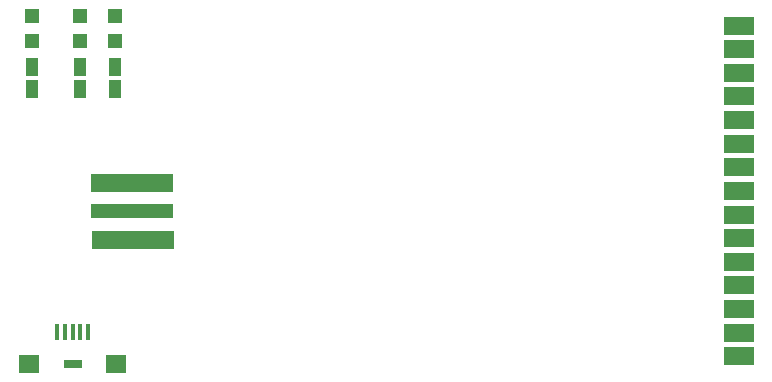
<source format=gtp>
G75*
%MOIN*%
%OFA0B0*%
%FSLAX25Y25*%
%IPPOS*%
%LPD*%
%AMOC8*
5,1,8,0,0,1.08239X$1,22.5*
%
%ADD10R,0.09843X0.05906*%
%ADD11R,0.27559X0.05906*%
%ADD12R,0.27559X0.04724*%
%ADD13R,0.04724X0.04724*%
%ADD14R,0.03937X0.05906*%
%ADD15R,0.01575X0.05709*%
%ADD16R,0.07087X0.05906*%
%ADD17R,0.05906X0.02756*%
D10*
X0278044Y0023945D03*
X0278044Y0031819D03*
X0278044Y0039693D03*
X0278044Y0047567D03*
X0278044Y0055441D03*
X0278044Y0063315D03*
X0278044Y0071189D03*
X0278044Y0079063D03*
X0278044Y0086937D03*
X0278044Y0094811D03*
X0278044Y0102685D03*
X0278044Y0110559D03*
X0278044Y0118433D03*
X0278044Y0126307D03*
X0278044Y0134181D03*
D11*
X0075681Y0081740D03*
X0075839Y0062843D03*
D12*
X0075681Y0072291D03*
D13*
X0069933Y0129024D03*
X0069933Y0137291D03*
X0058122Y0137291D03*
X0058122Y0129024D03*
X0042374Y0129024D03*
X0042374Y0137291D03*
D14*
X0042374Y0120323D03*
X0042374Y0112921D03*
X0058122Y0112921D03*
X0058122Y0120323D03*
X0069933Y0120323D03*
X0069933Y0112921D03*
D15*
X0060878Y0032075D03*
X0058319Y0032075D03*
X0055760Y0032075D03*
X0053201Y0032075D03*
X0050642Y0032075D03*
D16*
X0041256Y0021346D03*
X0070264Y0021346D03*
D17*
X0055760Y0021346D03*
M02*

</source>
